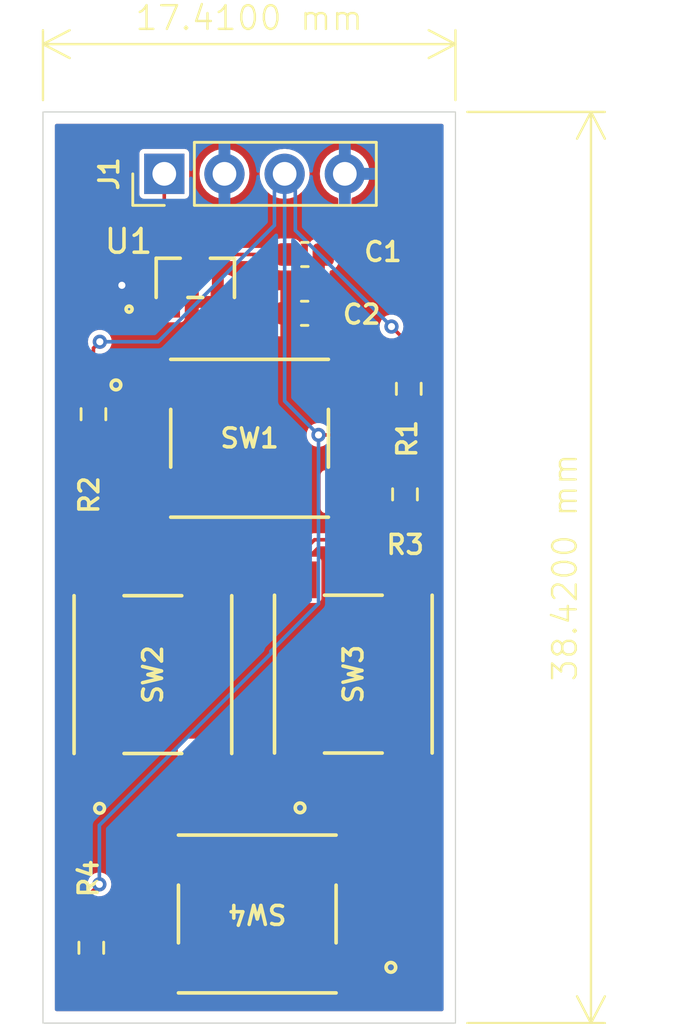
<source format=kicad_pcb>
(kicad_pcb (version 20240108) (generator "pcbnew") (generator_version "8.0")
  (layers (0 "F.Cu" signal) (31 "B.Cu" signal) (34 "B.Paste" user) (35 "F.Paste" user) (36 "B.SilkS" user "B.Silkscreen") (37 "F.SilkS" user "F.Silkscreen") (38 "B.Mask" user) (39 "F.Mask" user) (44 "Edge.Cuts" user))
  (net 0 "")
  (net 1 "VCC")
  (net 2 "VDD_2.5V")
  (net 3 "Net-(R1-Pad1)")
  (net 4 "Net-(R2-Pad1)")
  (net 5 "Net-(R3-Pad1)")
  (net 6 "Net-(R4-Pad1)")
  (net 7 "GND")
  (net 16 "LED1")
  (footprint "Capacitor_SMD:C_0603_1608Metric" (layer "F.Cu") (at 195.185001 71.3104)
    (property "Reference" "C2" (at 2.404999 0.0496 0) (layer "F.SilkS") (effects (font (size 0.8 0.8))))
    (property "Value" "C")
    (fp_line (start -0.14058 -0.51) (end 0.14058 -0.51) (stroke (width 0.12)) (layer "F.SilkS"))
    (fp_line (start -0.14058 0.51) (end 0.14058 0.51) (stroke (width 0.12)) (layer "F.SilkS"))
    (pad "1" smd roundrect (at -0.775 0) (size 0.9 0.95) (layers "F.Cu" "F.Paste" "F.Mask") (net 2 "VDD_2.5V"))
    (pad "2" smd roundrect (at 0.775 0) (size 0.9 0.95) (layers "F.Cu" "F.Paste" "F.Mask") (net 7 "GND"))
  )
  (footprint "222AMVBAR:SO4_222A-M-V-B_CTS" (layer "F.Cu") (at 192.86 76.58)
    (property "Reference" "SW1" (at 0 0 0) (layer "F.SilkS") (effects (font (size 0.8 0.8))))
    (property "Value" "222AMVBAR")
    (fp_line (start -3.3274 -1.217237) (end -3.3274 1.217237) (stroke (width 0.1524)) (layer "F.SilkS"))
    (fp_line (start -3.3274 3.3274) (end 3.3274 3.3274) (stroke (width 0.1524)) (layer "F.SilkS"))
    (fp_line (start 3.3274 -3.3274) (end -3.3274 -3.3274) (stroke (width 0.1524)) (layer "F.SilkS"))
    (fp_line (start 3.3274 1.217237) (end 3.3274 -1.217237) (stroke (width 0.1524)) (layer "F.SilkS"))
    (fp_circle (center -5.638999 -2.250001) (end -5.435799 -2.250001) (stroke (width 0.1524)) (fill none) (layer "F.SilkS"))
    (pad "1" smd rect (at -3.974998 -2.250001) (size 1.549908 1.400048) (layers "F.Cu" "F.Paste" "F.Mask"))
    (pad "2" smd rect (at -3.974998 2.250001) (size 1.549908 1.400048) (layers "F.Cu" "F.Paste" "F.Mask") (net 2 "VDD_2.5V"))
    (pad "3" smd rect (at 3.974998 -2.250001) (size 1.549908 1.400048) (layers "F.Cu" "F.Paste" "F.Mask") (net 3 "Net-(R1-Pad1)"))
    (pad "4" smd rect (at 3.974998 2.250001) (size 1.549908 1.400048) (layers "F.Cu" "F.Paste" "F.Mask"))
  )
  (footprint "Resistor_SMD:R_0603_1608Metric" (layer "F.Cu") (at 199.42 78.945 90)
    (property "Reference" "R3" (at -2.125 0.01 0) (layer "F.SilkS") (effects (font (size 0.8 0.8))))
    (property "Value" "R")
    (fp_line (start -0.237258 -0.5225) (end 0.237258 -0.5225) (stroke (width 0.12)) (layer "F.SilkS"))
    (fp_line (start -0.237258 0.5225) (end 0.237258 0.5225) (stroke (width 0.12)) (layer "F.SilkS"))
    (pad "1" smd roundrect (at -0.825 0 90) (size 0.8 0.95) (layers "F.Cu" "F.Paste" "F.Mask") (net 5 "Net-(R3-Pad1)"))
    (pad "2" smd roundrect (at 0.825 0 90) (size 0.8 0.95) (layers "F.Cu" "F.Paste" "F.Mask") (net 16 "LED1"))
  )
  (footprint "Capacitor_SMD:C_0603_1608Metric" (layer "F.Cu") (at 195.195001 68.8304)
    (property "Reference" "C1" (at 3.294999 -0.1104 0) (layer "F.SilkS") (effects (font (size 0.8 0.8))))
    (property "Value" "C")
    (fp_line (start -0.14058 -0.51) (end 0.14058 -0.51) (stroke (width 0.12)) (layer "F.SilkS"))
    (fp_line (start -0.14058 0.51) (end 0.14058 0.51) (stroke (width 0.12)) (layer "F.SilkS"))
    (pad "1" smd roundrect (at -0.775 0) (size 0.9 0.95) (layers "F.Cu" "F.Paste" "F.Mask") (net 1 "VCC"))
    (pad "2" smd roundrect (at 0.775 0) (size 0.9 0.95) (layers "F.Cu" "F.Paste" "F.Mask") (net 7 "GND"))
  )
  (footprint "MCP1700T_2.5V:SOT-23_MC_MCH" (layer "F.Cu") (at 190.57 69.8152)
    (property "Reference" "U1" (at -2.82 -1.5352 0) (layer "F.SilkS"))
    (property "Value" "MCP1700T-2502E/TT")
    (fp_line (start -1.652 -0.827) (end -1.652 0.827) (stroke (width 0.1524)) (layer "F.SilkS"))
    (fp_line (start -0.63754 -0.827) (end -1.652 -0.827) (stroke (width 0.1524)) (layer "F.SilkS"))
    (fp_line (start -0.312461 0.827) (end 0.312461 0.827) (stroke (width 0.1524)) (layer "F.SilkS"))
    (fp_line (start 1.652 -0.827) (end 0.63754 -0.827) (stroke (width 0.1524)) (layer "F.SilkS"))
    (fp_line (start 1.652 0.827) (end 1.652 -0.827) (stroke (width 0.1524)) (layer "F.SilkS"))
    (fp_circle (center -2.795 1.32) (end -2.668 1.32) (stroke (width 0.1524)) (fill none) (layer "F.SilkS"))
    (pad "1" smd rect (at -0.950001 1.0152) (size 0.6096 1.3208) (layers "F.Cu" "F.Paste" "F.Mask") (net 7 "GND"))
    (pad "2" smd rect (at 0.950001 1.0152) (size 0.6096 1.3208) (layers "F.Cu" "F.Paste" "F.Mask") (net 2 "VDD_2.5V"))
    (pad "3" smd rect (at 0 -1.0152) (size 0.6096 1.3208) (layers "F.Cu" "F.Paste" "F.Mask") (net 1 "VCC"))
  )
  (footprint "222AMVBAR:SO4_222A-M-V-B_CTS" (layer "F.Cu") (at 197.240001 86.525002 90)
    (property "Reference" "SW3" (at 0 0 90) (layer "F.SilkS") (effects (font (size 0.8 0.8))))
    (property "Value" "222AMVBAR")
    (fp_line (start 3.3274 -3.3274) (end -3.3274 -3.3274) (stroke (width 0.1524)) (layer "F.SilkS"))
    (fp_line (start -3.3274 -1.217237) (end -3.3274 1.217237) (stroke (width 0.1524)) (layer "F.SilkS"))
    (fp_line (start 3.3274 1.217237) (end 3.3274 -1.217237) (stroke (width 0.1524)) (layer "F.SilkS"))
    (fp_line (start -3.3274 3.3274) (end 3.3274 3.3274) (stroke (width 0.1524)) (layer "F.SilkS"))
    (fp_circle (center -5.638999 -2.250001) (end -5.435799 -2.250001) (stroke (width 0.1524)) (fill none) (layer "F.SilkS"))
    (pad "1" smd rect (at -3.974998 -2.250001 90) (size 1.549908 1.400048) (layers "F.Cu" "F.Paste" "F.Mask"))
    (pad "2" smd rect (at -3.974998 2.250001 90) (size 1.549908 1.400048) (layers "F.Cu" "F.Paste" "F.Mask") (net 2 "VDD_2.5V"))
    (pad "3" smd rect (at 3.974998 -2.250001 90) (size 1.549908 1.400048) (layers "F.Cu" "F.Paste" "F.Mask") (net 5 "Net-(R3-Pad1)"))
    (pad "4" smd rect (at 3.974998 2.250001 90) (size 1.549908 1.400048) (layers "F.Cu" "F.Paste" "F.Mask"))
  )
  (footprint "Resistor_SMD:R_0603_1608Metric" (layer "F.Cu") (at 186.27 75.565 90)
    (property "Reference" "R2" (at -3.405 -0.18 -90) (layer "F.SilkS") (effects (font (size 0.8 0.8))))
    (property "Value" "R")
    (fp_line (start -0.237258 -0.5225) (end 0.237258 -0.5225) (stroke (width 0.12)) (layer "F.SilkS"))
    (fp_line (start -0.237258 0.5225) (end 0.237258 0.5225) (stroke (width 0.12)) (layer "F.SilkS"))
    (pad "1" smd roundrect (at -0.825 0 90) (size 0.8 0.95) (layers "F.Cu" "F.Paste" "F.Mask") (net 4 "Net-(R2-Pad1)"))
    (pad "2" smd roundrect (at 0.825 0 90) (size 0.8 0.95) (layers "F.Cu" "F.Paste" "F.Mask") (net 16 "LED1"))
  )
  (footprint "Connector_PinHeader_2.54mm:PinHeader_1x04_P2.54mm_Vertical" (layer "F.Cu") (at 189.26 65.43 90)
    (property "Reference" "J1" (at 0 -2.33 -90) (layer "F.SilkS") (effects (font (size 0.8 0.8))))
    (property "Value" "Conn_01x04_Pin")
    (fp_line (start -1.33 -1.33) (end 0 -1.33) (stroke (width 0.12)) (layer "F.SilkS"))
    (fp_line (start -1.33 0) (end -1.33 -1.33) (stroke (width 0.12)) (layer "F.SilkS"))
    (fp_line (start 1.33 1.27) (end 1.33 8.95) (stroke (width 0.12)) (layer "F.SilkS"))
    (fp_line (start -1.33 1.27) (end 1.33 1.27) (stroke (width 0.12)) (layer "F.SilkS"))
    (fp_line (start -1.33 1.27) (end -1.33 8.95) (stroke (width 0.12)) (layer "F.SilkS"))
    (fp_line (start -1.33 8.95) (end 1.33 8.95) (stroke (width 0.12)) (layer "F.SilkS"))
    (pad "1" thru_hole rect (at 0 0 90) (size 1.7 1.7) (drill 1) (layers "*.Cu" "*.Mask") (net 1 "VCC"))
    (pad "2" thru_hole oval (at 0 2.54 90) (size 1.7 1.7) (drill 1) (layers "*.Cu" "*.Mask") (net 7 "GND"))
    (pad "3" thru_hole oval (at 0 5.08 90) (size 1.7 1.7) (drill 1) (layers "*.Cu" "*.Mask") (net 16 "LED1"))
    (pad "4" thru_hole oval (at 0 7.62 90) (size 1.7 1.7) (drill 1) (layers "*.Cu" "*.Mask") (net 7 "GND"))
  )
  (footprint "Resistor_SMD:R_0603_1608Metric" (layer "F.Cu") (at 199.58 74.495 90)
    (property "Reference" "R1" (at -2.105 -0.07 -90) (layer "F.SilkS") (effects (font (size 0.8 0.8))))
    (property "Value" "R")
    (fp_line (start -0.237258 -0.5225) (end 0.237258 -0.5225) (stroke (width 0.12)) (layer "F.SilkS"))
    (fp_line (start -0.237258 0.5225) (end 0.237258 0.5225) (stroke (width 0.12)) (layer "F.SilkS"))
    (pad "1" smd roundrect (at -0.825 0 90) (size 0.8 0.95) (layers "F.Cu" "F.Paste" "F.Mask") (net 3 "Net-(R1-Pad1)"))
    (pad "2" smd roundrect (at 0.825 0 90) (size 0.8 0.95) (layers "F.Cu" "F.Paste" "F.Mask") (net 16 "LED1"))
  )
  (footprint "222AMVBAR:SO4_222A-M-V-B_CTS" (layer "F.Cu") (at 193.185002 96.640001 180)
    (property "Reference" "SW4" (at 0 0 180) (layer "F.SilkS") (effects (font (size 0.8 0.8))))
    (property "Value" "222AMVBAR")
    (fp_line (start 3.3274 1.217237) (end 3.3274 -1.217237) (stroke (width 0.1524)) (layer "F.SilkS"))
    (fp_line (start 3.3274 -3.3274) (end -3.3274 -3.3274) (stroke (width 0.1524)) (layer "F.SilkS"))
    (fp_line (start -3.3274 3.3274) (end 3.3274 3.3274) (stroke (width 0.1524)) (layer "F.SilkS"))
    (fp_line (start -3.3274 -1.217237) (end -3.3274 1.217237) (stroke (width 0.1524)) (layer "F.SilkS"))
    (fp_circle (center -5.638999 -2.250001) (end -5.435799 -2.250001) (stroke (width 0.1524)) (fill none) (layer "F.SilkS"))
    (pad "1" smd rect (at -3.974998 -2.250001 180) (size 1.549908 1.400048) (layers "F.Cu" "F.Paste" "F.Mask"))
    (pad "2" smd rect (at -3.974998 2.250001 180) (size 1.549908 1.400048) (layers "F.Cu" "F.Paste" "F.Mask") (net 2 "VDD_2.5V"))
    (pad "3" smd rect (at 3.974998 -2.250001 180) (size 1.549908 1.400048) (layers "F.Cu" "F.Paste" "F.Mask") (net 6 "Net-(R4-Pad1)"))
    (pad "4" smd rect (at 3.974998 2.250001 180) (size 1.549908 1.400048) (layers "F.Cu" "F.Paste" "F.Mask"))
  )
  (footprint "222AMVBAR:SO4_222A-M-V-B_CTS" (layer "F.Cu") (at 188.779999 86.545002 90)
    (property "Reference" "SW2" (at 0 0 90) (layer "F.SilkS") (effects (font (size 0.8 0.8))))
    (property "Value" "222AMVBAR")
    (fp_line (start 3.3274 -3.3274) (end -3.3274 -3.3274) (stroke (width 0.1524)) (layer "F.SilkS"))
    (fp_line (start -3.3274 -1.217237) (end -3.3274 1.217237) (stroke (width 0.1524)) (layer "F.SilkS"))
    (fp_line (start 3.3274 1.217237) (end 3.3274 -1.217237) (stroke (width 0.1524)) (layer "F.SilkS"))
    (fp_line (start -3.3274 3.3274) (end 3.3274 3.3274) (stroke (width 0.1524)) (layer "F.SilkS"))
    (fp_circle (center -5.638999 -2.250001) (end -5.435799 -2.250001) (stroke (width 0.1524)) (fill none) (layer "F.SilkS"))
    (pad "1" smd rect (at -3.974998 -2.250001 90) (size 1.549908 1.400048) (layers "F.Cu" "F.Paste" "F.Mask"))
    (pad "2" smd rect (at -3.974998 2.250001 90) (size 1.549908 1.400048) (layers "F.Cu" "F.Paste" "F.Mask") (net 2 "VDD_2.5V"))
    (pad "3" smd rect (at 3.974998 -2.250001 90) (size 1.549908 1.400048) (layers "F.Cu" "F.Paste" "F.Mask") (net 4 "Net-(R2-Pad1)"))
    (pad "4" smd rect (at 3.974998 2.250001 90) (size 1.549908 1.400048) (layers "F.Cu" "F.Paste" "F.Mask"))
  )
  (footprint "Resistor_SMD:R_0603_1608Metric" (layer "F.Cu") (at 186.18 98.065 90)
    (property "Reference" "R4" (at 2.925 -0.12 -90) (layer "F.SilkS") (effects (font (size 0.8 0.8))))
    (property "Value" "R")
    (fp_line (start -0.237258 -0.5225) (end 0.237258 -0.5225) (stroke (width 0.12)) (layer "F.SilkS"))
    (fp_line (start -0.237258 0.5225) (end 0.237258 0.5225) (stroke (width 0.12)) (layer "F.SilkS"))
    (pad "1" smd roundrect (at -0.825 0 90) (size 0.8 0.95) (layers "F.Cu" "F.Paste" "F.Mask") (net 6 "Net-(R4-Pad1)"))
    (pad "2" smd roundrect (at 0.825 0 90) (size 0.8 0.95) (layers "F.Cu" "F.Paste" "F.Mask") (net 16 "LED1"))
  )
  (gr_rect (start 184.14 62.82) (end 201.55 101.24) (stroke (width 0.05)) (fill none) (layer "Edge.Cuts"))
  (dimension (type aligned) (layer "F.SilkS") (pts (xy 201.55 62.82) (xy 201.55 101.24)) (height -5.72) (gr_text "38.4200 mm" (at 206.17 82.03 90) (layer "F.SilkS") (effects (font (size 1 1) (thickness 0.1)))) (format (prefix "") (suffix "") (units 3) (units_format 1) (precision 4)) (style (thickness 0.1) (arrow_length 1.27) (text_position_mode 0) (extension_height 0.58642) (extension_offset 0.5) keep_text_aligned))
  (dimension (type aligned) (layer "F.SilkS") (pts (xy 184.14 62.82) (xy 201.55 62.82)) (height -2.86) (gr_text "17.4100 mm" (at 192.845 58.86 0) (layer "F.SilkS") (effects (font (size 1 1) (thickness 0.1)))) (format (prefix "") (suffix "") (units 3) (units_format 1) (precision 4)) (style (thickness 0.1) (arrow_length 1.27) (text_position_mode 0) (extension_height 0.58642) (extension_offset 0.5) keep_text_aligned))
  (segment (start 190.57 67.86) (end 189.26 66.55) (width 0.1524) (layer "F.Cu") (net 1))
  (segment (start 194.420001 68.8304) (end 190.6004 68.8304) (width 0.1524) (layer "F.Cu") (net 1))
  (segment (start 190.57 68.8) (end 190.57 67.86) (width 0.1524) (layer "F.Cu") (net 1))
  (segment (start 190.6004 68.8304) (end 190.57 68.8) (width 0.1524) (layer "F.Cu") (net 1))
  (segment (start 189.26 66.55) (end 189.26 65.43) (width 0.1524) (layer "F.Cu") (net 1))
  (segment (start 194.410001 71.3104) (end 192.750001 71.3104) (width 0.1524) (layer "F.Cu") (net 2))
  (segment (start 192.270001 70.8304) (end 191.520001 70.8304) (width 0.1524) (layer "F.Cu") (net 2))
  (segment (start 192.750001 71.3104) (end 192.270001 70.8304) (width 0.1524) (layer "F.Cu") (net 2))
  (segment (start 199.58 75.32) (end 198.98 75.32) (width 0.1524) (layer "F.Cu") (net 3))
  (segment (start 196.834998 74.329999) (end 197.989999 74.329999) (width 0.1524) (layer "F.Cu") (net 3))
  (segment (start 198.98 75.32) (end 197.989999 74.329999) (width 0.1524) (layer "F.Cu") (net 3))
  (segment (start 186.33 82.370006) (end 186.33 76.45) (width 0.1524) (layer "F.Cu") (net 4))
  (segment (start 186.529998 82.570004) (end 186.33 82.370006) (width 0.1524) (layer "F.Cu") (net 4))
  (segment (start 186.33 76.45) (end 186.27 76.39) (width 0.1524) (layer "F.Cu") (net 4))
  (segment (start 194.99 81.47) (end 195.6 80.86) (width 0.1524) (layer "F.Cu") (net 5))
  (segment (start 198.81 80.86) (end 199.42 80.25) (width 0.1524) (layer "F.Cu") (net 5))
  (segment (start 194.99 82.550004) (end 194.99 81.47) (width 0.1524) (layer "F.Cu") (net 5))
  (segment (start 198.46 80.86) (end 198.81 80.86) (width 0.1524) (layer "F.Cu") (net 5))
  (segment (start 195.6 80.86) (end 198.46 80.86) (width 0.1524) (layer "F.Cu") (net 5))
  (segment (start 199.42 80.25) (end 199.42 79.77) (width 0.1524) (layer "F.Cu") (net 5))
  (segment (start 189.210004 98.890002) (end 186.180002 98.890002) (width 0.1524) (layer "F.Cu") (net 6))
  (segment (start 186.180002 98.890002) (end 186.18 98.89) (width 0.1524) (layer "F.Cu") (net 6))
  (segment (start 188.1704 70.8304) (end 187.47 70.13) (width 0.1524) (layer "F.Cu") (net 7))
  (segment (start 196.6596 68.8304) (end 196.88 68.61) (width 0.1524) (layer "F.Cu") (net 7))
  (segment (start 195.970001 68.8304) (end 196.6596 68.8304) (width 0.1524) (layer "F.Cu") (net 7))
  (segment (start 195.960001 71.3104) (end 195.960001 68.8404) (width 0.1524) (layer "F.Cu") (net 7))
  (segment (start 189.619999 70.8304) (end 188.1704 70.8304) (width 0.1524) (layer "F.Cu") (net 7))
  (segment (start 196.88 68.61) (end 196.88 65.43) (width 0.1524) (layer "F.Cu") (net 7))
  (segment (start 195.960001 68.8404) (end 195.970001 68.8304) (width 0.1524) (layer "F.Cu") (net 7))
  (via (at 187.47 70.13) (size 0.6) (drill 0.3) (layers "F.Cu" "B.Cu") (net 7))
  (segment (start 186.18 95.73) (end 186.52 95.39) (width 0.1524) (layer "F.Cu") (net 16))
  (segment (start 186.27 74.74) (end 186.27 73.03) (width 0.1524) (layer "F.Cu") (net 16))
  (segment (start 199.42 77.39) (end 198.47 76.44) (width 0.1524) (layer "F.Cu") (net 16))
  (segment (start 198.47 76.44) (end 195.77 76.44) (width 0.1524) (layer "F.Cu") (net 16))
  (segment (start 186.18 97.24) (end 186.18 95.73) (width 0.1524) (layer "F.Cu") (net 16))
  (segment (start 186.27 73.03) (end 186.27 72.78) (width 0.1524) (layer "F.Cu") (net 16))
  (segment (start 199.58 72.6) (end 198.85 71.87) (width 0.1524) (layer "F.Cu") (net 16))
  (segment (start 186.27 72.78) (end 186.54 72.51) (width 0.1524) (layer "F.Cu") (net 16))
  (segment (start 199.42 78.12) (end 199.42 77.39) (width 0.1524) (layer "F.Cu") (net 16))
  (segment (start 199.58 73.67) (end 199.58 72.6) (width 0.1524) (layer "F.Cu") (net 16))
  (via (at 186.54 72.51) (size 0.6) (drill 0.3) (layers "F.Cu" "B.Cu") (net 16))
  (via (at 186.52 95.39) (size 0.6) (drill 0.3) (layers "F.Cu" "B.Cu") (net 16))
  (via (at 198.85 71.87) (size 0.6) (drill 0.3) (layers "F.Cu" "B.Cu") (net 16))
  (via (at 195.77 76.44) (size 0.6) (drill 0.3) (layers "F.Cu" "B.Cu") (net 16))
  (segment (start 193.91 67.6) (end 193.91 65.86) (width 0.1524) (layer "B.Cu") (net 16))
  (segment (start 194.79 67.81) (end 194.79 65.88) (width 0.1524) (layer "B.Cu") (net 16))
  (segment (start 194.34 75.01) (end 194.34 65.43) (width 0.1524) (layer "B.Cu") (net 16))
  (segment (start 193.91 65.86) (end 194.34 65.43) (width 0.1524) (layer "B.Cu") (net 16))
  (segment (start 195.77 83.55) (end 195.77 76.44) (width 0.1524) (layer "B.Cu") (net 16))
  (segment (start 195.77 76.44) (end 194.34 75.01) (width 0.1524) (layer "B.Cu") (net 16))
  (segment (start 194.79 65.88) (end 194.34 65.43) (width 0.1524) (layer "B.Cu") (net 16))
  (segment (start 193.76 85.56) (end 195.77 83.55) (width 0.1524) (layer "B.Cu") (net 16))
  (segment (start 189 72.51) (end 193.91 67.6) (width 0.1524) (layer "B.Cu") (net 16))
  (segment (start 193.76 85.66) (end 193.76 85.56) (width 0.1524) (layer "B.Cu") (net 16))
  (segment (start 186.52 92.9) (end 193.76 85.66) (width 0.1524) (layer "B.Cu") (net 16))
  (segment (start 198.85 71.87) (end 194.79 67.81) (width 0.1524) (layer "B.Cu") (net 16))
  (segment (start 186.52 95.39) (end 186.52 92.9) (width 0.1524) (layer "B.Cu") (net 16))
  (segment (start 186.54 72.51) (end 189 72.51) (width 0.1524) (layer "B.Cu") (net 16))
  (zone (net 2) (net_name "VDD_2.5V") (layer "F.Cu") (connect_pads (clearance 0.1524)) (min_thickness 0.1524) (fill yes (thermal_gap 0.5) (thermal_bridge_width 0.5))
    (polygon (pts (xy 184.19 62.88) (xy 201.39 63.02) (xy 201.47 101.14) (xy 184.38 101.04)))
  )
  (zone (net 7) (net_name "GND") (layer "B.Cu") (priority 1) (connect_pads (clearance 0.1524)) (min_thickness 0.1524) (fill yes (thermal_gap 0.5) (thermal_bridge_width 0.5))
    (polygon (pts (xy 184.18 62.87) (xy 201.39 62.98) (xy 201.4 101.08) (xy 184.4 101.02)))
  )
)
</source>
